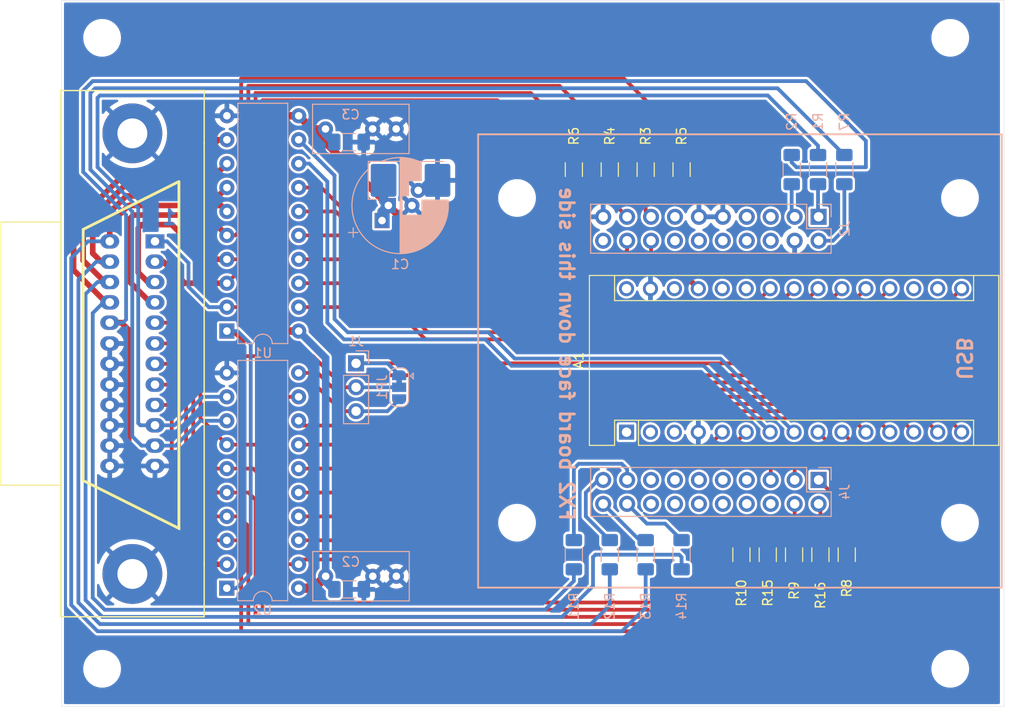
<source format=kicad_pcb>
(kicad_pcb (version 20211014) (generator pcbnew)
  (layers (0 "F.Cu" signal "Front") (31 "B.Cu" signal "Back") (34 "B.Paste" user) (35 "F.Paste" user) (36 "B.SilkS" user "B.Silkscreen") (37 "F.SilkS" user "F.Silkscreen") (38 "B.Mask" user) (39 "F.Mask" user) (44 "Edge.Cuts" user))
  (net 0 "")
  (net 4 "GND")
  (net 5 "/~SRQ")
  (net 6 "/~REN")
  (net 7 "/~DIO7")
  (net 8 "/~DIO8")
  (net 9 "/~TE")
  (net 10 "/~ATN")
  (net 11 "/~IFC")
  (net 12 "/~NDAC")
  (net 13 "/~NRFD")
  (net 14 "/~DAV")
  (net 15 "/~EOI")
  (net 16 "/D13")
  (net 19 "/~DIO1")
  (net 20 "/~DIO2")
  (net 21 "/~DIO3")
  (net 22 "/~DIO4")
  (net 23 "/~DIO5")
  (net 24 "/~DIO6")
  (net 27 "+5V")
  (net 30 "/~DC")
  (net 31 "Net-(J2-Pad18)")
  (net 32 "/DAV")
  (net 33 "/NRFD")
  (net 34 "/IFC")
  (net 35 "/NDAC")
  (net 36 "/ATN")
  (net 37 "/SRQ")
  (net 38 "/DIO8")
  (net 39 "/REN")
  (net 40 "/EOI")
  (net 41 "/DIO4")
  (net 42 "/DIO6")
  (net 43 "/DIO7")
  (net 44 "/DIO3")
  (net 45 "/DIO2")
  (net 46 "/DIO1")
  (net 47 "/DIO5")
  (net 48 "Net-(J4-Pad1)")
  (net 49 "Net-(J4-Pad2)")
  (net 50 "Net-(J4-Pad3)")
  (net 51 "Net-(J4-Pad4)")
  (net 52 "Net-(J4-Pad5)")
  (net 64 "Net-(J4-Pad17)")
  (net 65 "Net-(J4-Pad18)")
  (net 66 "Net-(J4-Pad19)")
  (net 67 "Net-(J4-Pad20)")
  (net 68 "Net-(J2-Pad1)")
  (net 69 "Net-(J2-Pad2)")
  (net 70 "Net-(J2-Pad3)")
  (net 79 "Net-(J2-Pad15)")
  (net 80 "Net-(J2-Pad16)")
  (net 81 "Net-(J2-Pad17)")
  (footprint "Resistor_SMD:R_1206_3216Metric_Pad1.30x1.75mm_HandSolder" (layer "F.Cu") (at 125.222 87.884 -90)
    (fp_text reference "R16")
    (fp_text value "2k2")
  )
  (footprint "Resistor_SMD:R_1206_3216Metric_Pad1.30x1.75mm_HandSolder" (layer "F.Cu") (at 110.49 46.99 90)
    (fp_text reference "R5")
    (fp_text value "2k2")
  )
  (footprint "Resistor_SMD:R_1206_3216Metric_Pad1.30x1.75mm_HandSolder" (layer "F.Cu") (at 99.06 46.99 90)
    (fp_text reference "R6")
    (fp_text value "2k2")
  )
  (footprint "MountingHole:MountingHole_3.5mm" (layer "F.Cu") (at 140.0315 50.0065 -90)
    (fp_text reference "H1")
    (fp_text value "MountingHole")
  )
  (footprint "Module:Arduino_Nano" (layer "F.Cu") (at 104.648 74.8715 90)
    (fp_text reference "A1")
    (fp_text value "Arduino_Nano_v3.x")
  )
  (footprint "MountingHole:MountingHole_3.5mm" (layer "F.Cu") (at 49 33)
    (fp_text reference "H5")
    (fp_text value "MountingHole")
  )
  (footprint "Resistor_SMD:R_1206_3216Metric_Pad1.30x1.75mm_HandSolder" (layer "F.Cu") (at 102.87 46.99 90)
    (fp_text reference "R4")
    (fp_text value "2k2")
  )
  (footprint "Resistor_SMD:R_1206_3216Metric_Pad1.30x1.75mm_HandSolder" (layer "F.Cu") (at 122.428 87.884 -90)
    (fp_text reference "R9")
    (fp_text value "2k2")
  )
  (footprint "MountingHole:MountingHole_3.5mm" (layer "F.Cu") (at 140.0315 84.4865 -90)
    (fp_text reference "H2")
    (fp_text value "MountingHole")
  )
  (footprint "MountingHole:MountingHole_3.5mm" (layer "F.Cu") (at 139 100)
    (fp_text reference "H7")
    (fp_text value "MountingHole")
  )
  (footprint "Resistor_SMD:R_1206_3216Metric_Pad1.30x1.75mm_HandSolder" (layer "F.Cu") (at 128.016 87.884 -90)
    (fp_text reference "R8")
    (fp_text value "2k2")
  )
  (footprint "Resistor_SMD:R_1206_3216Metric_Pad1.30x1.75mm_HandSolder" (layer "F.Cu") (at 106.68 46.99 90)
    (fp_text reference "R3")
    (fp_text value "2k2")
  )
  (footprint "MountingHole:MountingHole_3.5mm" (layer "F.Cu") (at 93.0315 84.4865 -90)
    (fp_text reference "H4")
    (fp_text value "MountingHole")
  )
  (footprint "Resistor_SMD:R_1206_3216Metric_Pad1.30x1.75mm_HandSolder" (layer "F.Cu") (at 119.634 87.884 -90)
    (fp_text reference "R15")
    (fp_text value "2k2")
  )
  (footprint "MountingHole:MountingHole_3.5mm" (layer "F.Cu") (at 139 33)
    (fp_text reference "H6")
    (fp_text value "MountingHole")
  )
  (footprint "Resistor_SMD:R_1206_3216Metric_Pad1.30x1.75mm_HandSolder" (layer "F.Cu") (at 116.84 87.884 -90)
    (fp_text reference "R10")
    (fp_text value "2k2")
  )
  (footprint "MountingHole:MountingHole_3.5mm" (layer "F.Cu") (at 93.0315 50.0065 -90)
    (fp_text reference "H3")
    (fp_text value "MountingHole")
  )
  (footprint "MountingHole:MountingHole_3.5mm" (layer "F.Cu") (at 49 100)
    (fp_text reference "H8")
    (fp_text value "MountingHole")
  )
  (footprint "David_PCB_Library:Microribbon-24_RA_Male_GPIB" (layer "F.Cu") (at 54.7497 54.4703)
    (fp_text reference "J10" hide)
    (fp_text value "Conn_02x12_Top_Bottom_MountingPin_IEEE488")
  )
  (footprint "Resistor_SMD:R_1206_3216Metric_Pad1.30x1.75mm_HandSolder" (layer "B.Cu") (at 99.06 87.884 -90)
    (fp_text reference "R11")
    (fp_text value "2k2")
  )
  (footprint "David_PCB_Library:SMD 1206 + C_Rect_L10.0mm_W5.0mm_P5.00mm_P7.50mm" (layer "B.Cu") (at 72.704 42.672)
    (fp_text reference "C3")
    (fp_text value "100nF")
  )
  (footprint "Resistor_SMD:R_1206_3216Metric_Pad1.30x1.75mm_HandSolder" (layer "B.Cu") (at 127.762 46.99 90)
    (fp_text reference "R7")
    (fp_text value "2k2")
  )
  (footprint "David_PCB_Library:SMD 1206 + C_Rect_L10.0mm_W5.0mm_P5.00mm_P7.50mm" (layer "B.Cu") (at 72.724 90.17)
    (fp_text reference "C2")
    (fp_text value "100nF")
  )
  (footprint "Package_DIP:DIP-20_W7.62mm" (layer "B.Cu") (at 62.23 91.44)
    (fp_text reference "U2")
    (fp_text value "SN75161BN")
  )
  (footprint "Connector_PinSocket_2.54mm:PinSocket_2x10_P2.54mm_Vertical" (layer "B.Cu") (at 125.029 52.0015 90)
    (fp_text reference "J2")
    (fp_text value "Conn_02x10_Odd_Even")
  )
  (footprint "Jumper:SolderJumper-3_P1.3mm_Bridged12_RoundedPad1.0x1.5mm" (layer "B.Cu") (at 80.518 70.104 -90)
    (fp_text reference "JP1")
    (fp_text value "Jumper_3_Bridged12")
  )
  (footprint "Package_DIP:DIP-20_W7.62mm" (layer "B.Cu") (at 62.24 64.135)
    (fp_text reference "U1")
    (fp_text value "SN75160BN")
  )
  (footprint "David_PCB_Library:CP_Radial_D10.0mm_P2.50mm_P5.00mm_SMD" (layer "B.Cu") (at 79.375 50.8)
    (fp_text reference "C1")
    (fp_text value "22uF")
  )
  (footprint "Resistor_SMD:R_1206_3216Metric_Pad1.30x1.75mm_HandSolder" (layer "B.Cu") (at 106.68 87.884 -90)
    (fp_text reference "R13")
    (fp_text value "2k2")
  )
  (footprint "Connector_PinHeader_2.54mm:PinHeader_1x03_P2.54mm_Vertical" (layer "B.Cu") (at 75.946 67.564 180)
    (fp_text reference "J1")
    (fp_text value "Conn_01x03_Male")
  )
  (footprint "Resistor_SMD:R_1206_3216Metric_Pad1.30x1.75mm_HandSolder" (layer "B.Cu") (at 102.87 87.884 -90)
    (fp_text reference "R12")
    (fp_text value "2k2")
  )
  (footprint "Resistor_SMD:R_1206_3216Metric_Pad1.30x1.75mm_HandSolder" (layer "B.Cu") (at 110.49 87.884 -90)
    (fp_text reference "R14")
    (fp_text value "2k2")
  )
  (footprint "Resistor_SMD:R_1206_3216Metric_Pad1.30x1.75mm_HandSolder" (layer "B.Cu") (at 124.968 46.99 90)
    (fp_text reference "R1")
    (fp_text value "2k2")
  )
  (footprint "Connector_PinSocket_2.54mm:PinSocket_2x10_P2.54mm_Vertical" (layer "B.Cu") (at 125.0315 79.9465 90)
    (fp_text reference "J4")
    (fp_text value "Conn_02x10_Odd_Even")
  )
  (footprint "Resistor_SMD:R_1206_3216Metric_Pad1.30x1.75mm_HandSolder" (layer "B.Cu") (at 122.174 46.99 90)
    (fp_text reference "R2")
    (fp_text value "2k2")
  )
  (gr_line (start 144.4625 43.2435) (end 88.9 43.2435) (layer "B.SilkS") (width 0.2))
  (gr_line (start 88.9 91.3765) (end 144.4625 91.3765) (layer "B.SilkS") (width 0.2))
  (gr_line (start 88.9 91.3765) (end 88.9 43.2435) (layer "B.SilkS") (width 0.2))
  (gr_line (start 144.4625 91.3765) (end 144.4625 43.2435) (layer "B.SilkS") (width 0.2))
  (gr_poly (pts (xy 57.15 85.09) (xy 46.99 80.01) (xy 46.99 53.34) (xy 57.15 48.26)) (layer "F.SilkS") (width 0.3) (fill none))
  (gr_rect (start 44.704 29) (end 144.704 104) (layer "Edge.Cuts") (width 0.0381) (fill none))
  (gr_text "1" (at 56.134 52.07) (layer "B.Cu") (effects (font (size 1.524 1.524) (thickness 0.3048)) (justify mirror)))
  (gr_text "FX2 board face down this side" (at 98.298 66.548 270) (layer "B.SilkS") (effects (font (size 1.5 1.5) (thickness 0.3)) (justify mirror)))
  (gr_text "USB" (at 140.462 67.056 270) (layer "B.SilkS") (effects (font (size 1.5 1.5) (thickness 0.3)) (justify mirror)))
  (segment (start 92.202 76.454) (end 113.2255 76.454) (width 0.4) (layer "F.Cu") (net 5))
  (segment (start 69.85 71.12) (end 68.834 71.12) (width 0.4) (layer "F.Cu") (net 5))
  (segment (start 68.326 87.376) (end 68.58 87.63) (width 0.4) (layer "F.Cu") (net 5))
  (segment (start 68.58 87.63) (end 81.026 87.63) (width 0.4) (layer "F.Cu") (net 5))
  (segment (start 81.026 87.63) (end 92.202 76.454) (width 0.4) (layer "F.Cu") (net 5))
  (segment (start 68.326 71.628) (end 68.326 87.376) (width 0.4) (layer "F.Cu") (net 5))
  (segment (start 113.2255 76.454) (end 114.808 74.8715) (width 0.4) (layer "F.Cu") (net 5))
  (segment (start 68.834 71.12) (end 68.326 71.628) (width 0.4) (layer "F.Cu") (net 5))
  (segment (start 67.564 70.358) (end 68.072 69.85) (width 0.4) (layer "F.Cu") (net 6))
  (segment (start 74.422 72.644) (end 75.946 72.644) (width 0.4) (layer "F.Cu") (net 6))
  (segment (start 71.628 69.85) (end 74.422 72.644) (width 0.4) (layer "F.Cu") (net 6))
  (segment (start 70.358 88.392) (end 81.28 88.392) (width 0.4) (layer "F.Cu") (net 6))
  (segment (start 67.564 87.884) (end 67.564 70.358) (width 0.4) (layer "F.Cu") (net 6))
  (segment (start 81.28 88.392) (end 92.456 77.216) (width 0.4) (layer "F.Cu") (net 6))
  (segment (start 92.456 77.216) (end 115.0035 77.216) (width 0.4) (layer "F.Cu") (net 6))
  (segment (start 68.072 69.85) (end 71.628 69.85) (width 0.4) (layer "F.Cu") (net 6))
  (segment (start 115.0035 77.216) (end 117.348 74.8715) (width 0.4) (layer "F.Cu") (net 6))
  (segment (start 68.58 88.9) (end 67.564 87.884) (width 0.4) (layer "F.Cu") (net 6))
  (segment (start 69.85 88.9) (end 70.358 88.392) (width 0.4) (layer "F.Cu") (net 6))
  (segment (start 69.85 88.9) (end 68.58 88.9) (width 0.4) (layer "F.Cu") (net 6))
  (segment (start 75.946 72.644) (end 79.278 72.644) (width 0.4) (layer "B.Cu") (net 6))
  (segment (start 79.278 72.644) (end 80.518 71.404) (width 0.4) (layer "B.Cu") (net 6))
  (segment (start 69.86 46.355) (end 70.993 46.355) (width 0.4) (layer "B.Cu") (net 7))
  (segment (start 89.662 65.024) (end 92.456 67.818) (width 0.4) (layer "B.Cu") (net 7))
  (segment (start 74.676 65.024) (end 89.662 65.024) (width 0.4) (layer "B.Cu") (net 7))
  (segment (start 112.8345 67.818) (end 119.888 74.8715) (width 0.4) (layer "B.Cu") (net 7))
  (segment (start 72.898 48.26) (end 72.898 63.246) (width 0.4) (layer "B.Cu") (net 7))
  (segment (start 70.993 46.355) (end 72.898 48.26) (width 0.4) (layer "B.Cu") (net 7))
  (segment (start 92.456 67.818) (end 112.8345 67.818) (width 0.4) (layer "B.Cu") (net 7))
  (segment (start 72.898 63.246) (end 74.676 65.024) (width 0.4) (layer "B.Cu") (net 7))
  (segment (start 73.66 47.625) (end 73.665 47.62) (width 0.4) (layer "B.Cu") (net 8))
  (segment (start 114.6125 67.056) (end 92.7785 67.056) (width 0.4) (layer "B.Cu") (net 8))
  (segment (start 73.66 62.865) (end 73.66 47.625) (width 0.4) (layer "B.Cu") (net 8))
  (segment (start 92.7785 67.056) (end 89.9845 64.262) (width 0.4) (layer "B.Cu") (net 8))
  (segment (start 89.9845 64.262) (end 75.057 64.262) (width 0.4) (layer "B.Cu") (net 8))
  (segment (start 122.428 74.8715) (end 114.6125 67.056) (width 0.4) (layer "B.Cu") (net 8))
  (segment (start 73.665 47.62) (end 69.86 43.815) (width 0.4) (layer "B.Cu") (net 8))
  (segment (start 75.057 64.262) (end 73.66 62.865) (width 0.4) (layer "B.Cu") (net 8))
  (segment (start 127.0585 76.962) (end 128.27 76.962) (width 0.4) (layer "F.Cu") (net 9))
  (segment (start 142.494 72.136) (end 142.494 76.962) (width 0.4) (layer "F.Cu") (net 9))
  (segment (start 64.008 65.278) (end 64.008 66.802) (width 0.4) (layer "F.Cu") (net 9))
  (segment (start 142.494 76.962) (end 128.27 76.962) (width 0.4) (layer "F.Cu") (net 9))
  (segment (start 139.192 68.834) (end 142.494 72.136) (width 0.4) (layer "F.Cu") (net 9))
  (segment (start 71.374 66.802) (end 73.406 68.834) (width 0.4) (layer "F.Cu") (net 9))
  (segment (start 62.865 64.135) (end 64.008 65.278) (width 0.4) (layer "F.Cu") (net 9))
  (segment (start 73.406 68.834) (end 139.192 68.834) (width 0.4) (layer "F.Cu") (net 9))
  (segment (start 124.968 74.8715) (end 127.0585 76.962) (width 0.4) (layer "F.Cu") (net 9))
  (segment (start 64.008 66.802) (end 71.374 66.802) (width 0.4) (layer "F.Cu") (net 9))
  (segment (start 62.24 64.135) (end 62.865 64.135) (width 0.4) (layer "F.Cu") (net 9))
  (segment (start 63.246 91.44) (end 64.77 89.916) (width 0.4) (layer "B.Cu") (net 9))
  (segment (start 64.77 65.532) (end 63.373 64.135) (width 0.4) (layer "B.Cu") (net 9))
  (segment (start 63.373 64.135) (end 62.24 64.135) (width 0.4) (layer "B.Cu") (net 9))
  (segment (start 64.77 89.916) (end 64.77 65.532) (width 0.4) (layer "B.Cu") (net 9))
  (segment (start 62.23 91.44) (end 63.246 91.44) (width 0.4) (layer "B.Cu") (net 9))
  (segment (start 141.732 72.898) (end 141.732 76.2) (width 0.4) (layer "F.Cu") (net 10))
  (segment (start 141.732 76.2) (end 128.8365 76.2) (width 0.4) (layer "F.Cu") (net 10))
  (segment (start 128.8365 76.2) (end 127.508 74.8715) (width 0.4) (layer "F.Cu") (net 10))
  (segment (start 70.358 74.168) (end 84.328 74.168) (width 0.4) (layer "F.Cu") (net 10))
  (segment (start 84.328 74.168) (end 88.9 69.596) (width 0.4) (layer "F.Cu") (net 10))
  (segment (start 69.85 73.66) (end 70.358 74.168) (width 0.4) (layer "F.Cu") (net 10))
  (segment (start 138.43 69.596) (end 141.732 72.898) (width 0.4) (layer "F.Cu") (net 10))
  (segment (start 88.9 69.596) (end 138.43 69.596) (width 0.4) (layer "F.Cu") (net 10))
  (segment (start 77.216 86.36) (end 90.17 73.406) (width 0.4) (layer "F.Cu") (net 11))
  (segment (start 69.85 86.36) (end 77.216 86.36) (width 0.4) (layer "F.Cu") (net 11))
  (segment (start 90.17 73.406) (end 128.5825 73.406) (width 0.4) (layer "F.Cu") (net 11))
  (segment (start 128.5825 73.406) (end 130.048 74.8715) (width 0.4) (layer "F.Cu") (net 11))
  (segment (start 130.3605 72.644) (end 132.588 74.8715) (width 0.4) (layer "F.Cu") (net 12))
  (segment (start 69.85 83.82) (end 78.74 83.82) (width 0.4) (layer "F.Cu") (net 12))
  (segment (start 78.74 83.82) (end 89.916 72.644) (width 0.4) (layer "F.Cu") (net 12))
  (segment (start 89.916 72.644) (end 130.3605 72.644) (width 0.4) (layer "F.Cu") (net 12))
  (segment (start 69.85 81.28) (end 80.264 81.28) (width 0.4) (layer "F.Cu") (net 13))
  (segment (start 89.662 71.882) (end 132.1385 71.882) (width 0.4) (layer "F.Cu") (net 13))
  (segment (start 132.1385 71.882) (end 135.128 74.8715) (width 0.4) (layer "F.Cu") (net 13))
  (segment (start 80.264 81.28) (end 89.662 71.882) (width 0.4) (layer "F.Cu") (net 13))
  (segment (start 133.9165 71.12) (end 137.668 74.8715) (width 0.4) (layer "F.Cu") (net 14))
  (segment (start 69.85 78.74) (end 81.788 78.74) (width 0.4) (layer "F.Cu") (net 14))
  (segment (start 81.788 78.74) (end 89.408 71.12) (width 0.4) (layer "F.Cu") (net 14))
  (segment (start 89.408 71.12) (end 133.9165 71.12) (width 0.4) (layer "F.Cu") (net 14))
  (segment (start 83.312 76.2) (end 89.154 70.358) (width 0.4) (layer "F.Cu") (net 15))
  (segment (start 69.85 76.2) (end 83.312 76.2) (width 0.4) (layer "F.Cu") (net 15))
  (segment (start 89.154 70.358) (end 135.6945 70.358) (width 0.4) (layer "F.Cu") (net 15))
  (segment (start 135.6945 70.358) (end 140.208 74.8715) (width 0.4) (layer "F.Cu") (net 15))
  (segment (start 132.2755 67.564) (end 140.208 59.6315) (width 0.4) (layer "F.Cu") (net 16))
  (segment (start 75.946 67.564) (end 132.2755 67.564) (width 0.4) (layer "F.Cu") (net 16))
  (segment (start 75.946 67.564) (end 79.278 67.564) (width 0.4) (layer "B.Cu") (net 16))
  (segment (start 79.278 67.564) (end 80.518 68.804) (width 0.4) (layer "B.Cu") (net 16))
  (segment (start 79.883 61.595) (end 83.312 65.024) (width 0.4) (layer "F.Cu") (net 19))
  (segment (start 127.1955 65.024) (end 132.588 59.6315) (width 0.4) (layer "F.Cu") (net 19))
  (segment (start 69.86 61.595) (end 79.883 61.595) (width 0.4) (layer "F.Cu") (net 19))
  (segment (start 83.312 65.024) (end 127.1955 65.024) (width 0.4) (layer "F.Cu") (net 19))
  (segment (start 125.4175 64.262) (end 130.048 59.6315) (width 0.4) (layer "F.Cu") (net 20))
  (segment (start 83.566 64.262) (end 125.4175 64.262) (width 0.4) (layer "F.Cu") (net 20))
  (segment (start 78.359 59.055) (end 83.566 64.262) (width 0.4) (layer "F.Cu") (net 20))
  (segment (start 69.86 59.055) (end 78.359 59.055) (width 0.4) (layer "F.Cu") (net 20))
  (segment (start 83.82 63.5) (end 123.6395 63.5) (width 0.4) (layer "F.Cu") (net 21))
  (segment (start 76.835 56.515) (end 83.82 63.5) (width 0.4) (layer "F.Cu") (net 21))
  (segment (start 69.86 56.515) (end 76.835 56.515) (width 0.4) (layer "F.Cu") (net 21))
  (segment (start 123.6395 63.5) (end 127.508 59.6315) (width 0.4) (layer "F.Cu") (net 21))
  (segment (start 84.074 62.738) (end 121.8615 62.738) (width 0.4) (layer "F.Cu") (net 22))
  (segment (start 121.8615 62.738) (end 124.968 59.6315) (width 0.4) (layer "F.Cu") (net 22))
  (segment (start 69.86 53.975) (end 75.311 53.975) (width 0.4) (layer "F.Cu") (net 22))
  (segment (start 75.311 53.975) (end 84.074 62.738) (width 0.4) (layer "F.Cu") (net 22))
  (segment (start 69.86 51.435) (end 73.787 51.435) (width 0.4) (layer "F.Cu") (net 23))
  (segment (start 84.328 61.976) (end 120.0835 61.976) (width 0.4) (layer "F.Cu") (net 23))
  (segment (start 73.787 51.435) (end 84.328 61.976) (width 0.4) (layer "F.Cu") (net 23))
  (segment (start 120.0835 61.976) (end 122.428 59.6315) (width 0.4) (layer "F.Cu") (net 23))
  (segment (start 69.86 48.895) (end 72.263 48.895) (width 0.4) (layer "F.Cu") (net 24))
  (segment (start 84.582 61.214) (end 118.3055 61.214) (width 0.4) (layer "F.Cu") (net 24))
  (segment (start 118.3055 61.214) (end 119.888 59.6315) (width 0.4) (layer "F.Cu") (net 24))
  (segment (start 72.263 48.895) (end 84.582 61.214) (width 0.4) (layer "F.Cu") (net 24))
  (segment (start 110.5485 57.912) (end 112.268 59.6315) (width 0.6) (layer "F.Cu") (net 27))
  (segment (start 69.86 41.275) (end 86.497 57.912) (width 0.8) (layer "F.Cu") (net 27))
  (segment (start 71.257 42.672) (end 72.704 42.672) (width 0.8) (layer "F.Cu") (net 27))
  (segment (start 71.454 91.44) (end 72.724 90.17) (width 1) (layer "F.Cu") (net 27))
  (segment (start 67.31 41.91) (end 67.31 62.865) (width 0.8) (layer "F.Cu") (net 27))
  (segment (start 67.31 62.865) (end 68.58 64.135) (width 0.8) (layer "F.Cu") (net 27))
  (segment (start 69.86 41.275) (end 67.945 41.275) (width 0.8) (layer "F.Cu") (net 27))
  (segment (start 68.58 64.135) (end 69.86 64.135) (width 0.8) (layer "F.Cu") (net 27))
  (segment (start 67.945 41.275) (end 67.31 41.91) (width 0.8) (layer "F.Cu") (net 27))
  (segment (start 69.86 41.275) (end 71.257 42.672) (width 0.8) (layer "F.Cu") (net 27))
  (segment (start 69.85 91.44) (end 71.454 91.44) (width 1) (layer "F.Cu") (net 27))
  (segment (start 86.497 57.912) (end 110.5485 57.912) (width 0.6) (layer "F.Cu") (net 27))
  (segment (start 72.704 43.1425) (end 73.6305 44.069) (width 1) (layer "B.Cu") (net 27))
  (segment (start 72.724 66.999) (end 72.724 90.17) (width 0.8) (layer "B.Cu") (net 27))
  (segment (start 78.704063 52.4) (end 78.704063 51.470937) (width 1) (layer "B.Cu") (net 27))
  (segment (start 69.86 64.135) (end 72.724 66.999) (width 0.8) (layer "B.Cu") (net 27))
  (segment (start 78.867 50.292) (end 78.867 48.133) (width 1) (layer "B.Cu") (net 27))
  (segment (start 72.704 42.672) (end 72.704 43.1425) (width 1) (layer "B.Cu") (net 27))
  (segment (start 78.704063 51.470937) (end 79.375 50.8) (width 1) (layer "B.Cu") (net 27))
  (segment (start 72.724 90.17) (end 72.724 90.6405) (width 1) (layer "B.Cu") (net 27))
  (segment (start 72.724 90.6405) (end 73.6505 91.567) (width 1) (layer "B.Cu") (net 27))
  (segment (start 79.375 50.8) (end 78.867 50.292) (width 1) (layer "B.Cu") (net 27))
  (segment (start 69.85 68.58) (end 71.882 68.58) (width 0.4) (layer "F.Cu") (net 30))
  (segment (start 73.406 70.104) (end 75.946 70.104) (width 0.4) (layer "F.Cu") (net 30))
  (segment (start 71.882 68.58) (end 73.406 70.104) (width 0.4) (layer "F.Cu") (net 30))
  (segment (start 80.518 70.104) (end 75.946 70.104) (width 0.4) (layer "B.Cu") (net 30))
  (segment (start 110.49 48.54) (end 110.49 48.26) (width 0.4) (layer "F.Cu") (net 31))
  (segment (start 110.49 48.26) (end 109.493 47.263) (width 0.4) (layer "F.Cu") (net 31))
  (segment (start 99.822 51.054) (end 99.822 56.134) (width 0.4) (layer "F.Cu") (net 31))
  (segment (start 99.822 56.134) (end 104.14 56.134) (width 0.4) (layer "F.Cu") (net 31))
  (segment (start 109.493 47.263) (end 100.838 47.263) (width 0.4) (layer "F.Cu") (net 31))
  (segment (start 104.14 56.134) (end 104.709 55.565) (width 0.4) (layer "F.Cu") (net 31))
  (segment (start 100.838 47.263) (end 100.838 50.038) (width 0.4) (layer "F.Cu") (net 31))
  (segment (start 104.709 55.565) (end 104.709 54.5415) (width 0.4) (layer "F.Cu") (net 31))
  (segment (start 100.838 50.038) (end 99.822 51.054) (width 0.4) (layer "F.Cu") (net 31))
  (segment (start 58.3438 65.4558) (end 58.674 65.786) (width 0.4) (layer "F.Cu") (net 32))
  (segment (start 58.674 76.454) (end 60.96 78.74) (width 0.4) (layer "F.Cu") (net 32))
  (segment (start 119.634 90.551) (end 116.459 93.726) (width 0.4) (layer "F.Cu") (net 32))
  (segment (start 53.848 65.4558) (end 58.3438 65.4558) (width 0.4) (layer "F.Cu") (net 32))
  (segment (start 66.04 93.726) (end 66.04 79.756) (width 0.4) (layer "F.Cu") (net 32))
  (segment (start 65.024 78.74) (end 62.23 78.74) (width 0.4) (layer "F.Cu") (net 32))
  (segment (start 116.459 93.726) (end 66.04 93.726) (width 0.4) (layer "F.Cu") (net 32))
  (segment (start 60.96 78.74) (end 61.468 78.74) (width 0.4) (layer "F.Cu") (net 32))
  (segment (start 66.04 79.756) (end 65.024 78.74) (width 0.4) (layer "F.Cu") (net 32))
  (segment (start 58.674 65.786) (end 58.674 76.454) (width 0.4) (layer "F.Cu") (net 32))
  (segment (start 119.634 89.434) (end 119.634 90.551) (width 0.4) (layer "F.Cu") (net 32))
  (segment (start 61.214 81.28) (end 61.722 81.28) (width 0.4) (layer "F.Cu") (net 33))
  (segment (start 65.278 82.042) (end 65.278 94.488) (width 0.4) (layer "F.Cu") (net 33))
  (segment (start 65.278 94.488) (end 118.618 94.488) (width 0.4) (layer "F.Cu") (net 33))
  (segment (start 118.618 94.488) (end 122.428 90.678) (width 0.4) (layer "F.Cu") (net 33))
  (segment (start 122.428 90.678) (end 122.428 89.434) (width 0.4) (layer "F.Cu") (net 33))
  (segment (start 57.7088 67.6148) (end 57.912 67.818) (width 0.4) (layer "F.Cu") (net 33))
  (segment (start 57.912 67.818) (end 57.912 77.978) (width 0.4) (layer "F.Cu") (net 33))
  (segment (start 57.912 77.978) (end 61.214 81.28) (width 0.4) (layer "F.Cu") (net 33))
  (segment (start 62.23 81.28) (end 64.516 81.28) (width 0.4) (layer "F.Cu") (net 33))
  (segment (start 54.102 67.6148) (end 57.7088 67.6148) (width 0.4) (layer "F.Cu") (net 33))
  (segment (start 64.516 81.28) (end 65.278 82.042) (width 0.4) (layer "F.Cu") (net 33))
  (segment (start 63.754 96.012) (end 122.682 96.012) (width 0.4) (layer "F.Cu") (net 34))
  (segment (start 128.016 90.678) (end 128.016 89.434) (width 0.4) (layer "F.Cu") (net 34))
  (segment (start 59.944 86.36) (end 62.23 86.36) (width 0.4) (layer "F.Cu") (net 34))
  (segment (start 62.23 86.36) (end 63.5 86.36) (width 0.4) (layer "F.Cu") (net 34))
  (segment (start 56.388 82.804) (end 59.944 86.36) (width 0.4) (layer "F.Cu") (net 34))
  (segment (start 63.5 86.36) (end 63.754 86.614) (width 0.4) (layer "F.Cu") (net 34))
  (segment (start 63.754 86.614) (end 63.754 96.012) (width 0.4) (layer "F.Cu") (net 34))
  (segment (start 56.388 72.136) (end 56.388 82.804) (width 0.4) (layer "F.Cu") (net 34))
  (segment (start 54.61 71.9836) (end 56.2356 71.9836) (width 0.4) (layer "F.Cu") (net 34))
  (segment (start 122.682 96.012) (end 128.016 90.678) (width 0.4) (layer "F.Cu") (net 34))
  (segment (start 56.2356 71.9836) (end 56.388 72.136) (width 0.4) (layer "F.Cu") (net 34))
  (segment (start 64.516 95.25) (end 64.516 84.836) (width 0.4) (layer "F.Cu") (net 35))
  (segment (start 57.15 80.518) (end 60.452 83.82) (width 0.4) (layer "F.Cu") (net 35))
  (segment (start 125.222 89.434) (end 125.222 90.678) (width 0.4) (layer "F.Cu") (net 35))
  (segment (start 120.65 95.25) (end 64.516 95.25) (width 0.4) (layer "F.Cu") (net 35))
  (segment (start 63.5 83.82) (end 62.23 83.82) (width 0.4) (layer "F.Cu") (net 35))
  (segment (start 57.1246 69.8246) (end 57.15 69.85) (width 0.4) (layer "F.Cu") (net 35))
  (segment (start 64.516 84.836) (end 63.5 83.82) (width 0.4) (layer "F.Cu") (net 35))
  (segment (start 57.15 69.85) (end 57.15 80.518) (width 0.4) (layer "F.Cu") (net 35))
  (segment (start 125.222 90.678) (end 120.65 95.25) (width 0.4) (layer "F.Cu") (net 35))
  (segment (start 60.452 83.82) (end 61.976 83.82) (width 0.4) (layer "F.Cu") (net 35))
  (segment (start 54.356 69.8246) (end 57.1246 69.8246) (width 0.4) (layer "F.Cu") (net 35))
  (segment (start 47.752 38.862) (end 48.26 38.354) (width 0.4) (layer "B.Cu") (net 36))
  (segment (start 59.436 73.66) (end 62.23 73.66) (width 0.4) (layer "B.Cu") (net 36))
  (segment (start 52.197 75.311) (end 52.197 51.435) (width 0.4) (layer "B.Cu") (net 36))
  (segment (start 120.676 38.354) (end 127.762 45.44) (width 0.4) (layer "B.Cu") (net 36))
  (segment (start 53.1876 76.3016) (end 52.197 75.311) (width 0.4) (layer "B.Cu") (net 36))
  (segment (start 48.26 38.354) (end 120.676 38.354) (width 0.4) (layer "B.Cu") (net 36))
  (segment (start 52.197 51.435) (end 47.752 46.99) (width 0.4) (layer "B.Cu") (net 36))
  (segment (start 47.752 46.99) (end 47.752 38.862) (width 0.4) (layer "B.Cu") (net 36))
  (segment (start 54.61 76.3016) (end 53.1876 76.3016) (width 0.4) (layer "B.Cu") (net 36))
  (segment (start 56.7944 76.3016) (end 59.436 73.66) (width 0.4) (layer "B.Cu") (net 36))
  (segment (start 54.61 76.3016) (end 56.7944 76.3016) (width 0.4) (layer "B.Cu") (net 36))
  (segment (start 54.61 74.1426) (end 53.0606 74.1426) (width 0.4) (layer "B.Cu") (net 37))
  (segment (start 56.6674 74.1426) (end 59.69 71.12) (width 0.4) (layer "B.Cu") (net 37))
  (segment (start 52.832 73.914) (end 52.832 51.054) (width 0.4) (layer "B.Cu") (net 37))
  (segment (start 54.61 74.1426) (end 56.6674 74.1426) (width 0.4) (layer "B.Cu") (net 37))
  (segment (start 124.968 44.45) (end 124.968 45.44) (width 0.4) (layer "B.Cu") (net 37))
  (segment (start 119.634 39.116) (end 124.968 44.45) (width 0.4) (layer "B.Cu") (net 37))
  (segment (start 59.69 71.12) (end 62.23 71.12) (width 0.4) (layer "B.Cu") (net 37))
  (segment (start 48.514 39.37) (end 48.768 39.116) (width 0.4) (layer "B.Cu") (net 37))
  (segment (start 52.832 51.054) (end 48.514 46.736) (width 0.4) (layer "B.Cu") (net 37))
  (segment (start 53.0606 74.1426) (end 52.832 73.914) (width 0.4) (layer "B.Cu") (net 37))
  (segment (start 48.768 39.116) (end 119.634 39.116) (width 0.4) (layer "B.Cu") (net 37))
  (segment (start 48.514 46.736) (end 48.514 39.37) (width 0.4) (layer "B.Cu") (net 37))
  (segment (start 61.341 43.815) (end 62.24 43.815) (width 0.6) (layer "F.Cu") (net 38))
  (segment (start 60.198 46.482) (end 60.198 44.958) (width 0.6) (layer "F.Cu") (net 38))
  (segment (start 49.8094 61.087) (end 49.403 61.087) (width 0.6) (layer "F.Cu") (net 38))
  (segment (start 45.974 57.658) (end 45.974 52.832) (width 0.6) (layer "F.Cu") (net 38))
  (segment (start 49.403 61.087) (end 45.974 57.658) (width 0.6) (layer "F.Cu") (net 38))
  (segment (start 45.974 52.832) (end 51.054 47.752) (width 0.6) (layer "F.Cu") (net 38))
  (segment (start 51.054 47.752) (end 58.928 47.752) (width 0.6) (layer "F.Cu") (net 38))
  (segment (start 60.198 44.958) (end 61.341 43.815) (width 0.6) (layer "F.Cu") (net 38))
  (segment (start 58.928 47.752) (end 60.198 46.482) (width 0.6) (layer "F.Cu") (net 38))
  (segment (start 49.149 61.087) (end 48.006 62.23) (width 0.4) (layer "B.Cu") (net 38))
  (segment (start 99.06 90.678) (end 99.06 89.434) (width 0.4) (layer "B.Cu") (net 38))
  (segment (start 48.006 92.456) (end 49.276 93.726) (width 0.4) (layer "B.Cu") (net 38))
  (segment (start 48.006 62.23) (end 48.006 92.456) (width 0.4) (layer "B.Cu") (net 38))
  (segment (start 96.012 93.726) (end 99.06 90.678) (width 0.4) (layer "B.Cu") (net 38))
  (segment (start 49.8094 61.087) (end 49.149 61.087) (width 0.4) (layer "B.Cu") (net 38))
  (segment (start 49.276 93.726) (end 96.012 93.726) (width 0.4) (layer "B.Cu") (net 38))
  (segment (start 49.8094 63.246) (end 51.054 63.246) (width 0.6) (layer "F.Cu") (net 39))
  (segment (start 51.816 81.026) (end 59.69 88.9) (width 0.6) (layer "F.Cu") (net 39))
  (segment (start 59.69 88.9) (end 62.23 88.9) (width 0.6) (layer "F.Cu") (net 39))
  (segment (start 51.054 63.246) (end 51.816 64.008) (width 0.6) (layer "F.Cu") (net 39))
  (segment (start 51.816 64.008) (end 51.816 81.026) (width 0.6) (layer "F.Cu") (net 39))
  (segment (start 123.698 37.592) (end 130.048 43.942) (width 0.4) (layer "B.Cu") (net 39))
  (segment (start 51.543 51.797) (end 46.99 47.244) (width 0.4) (layer "B.Cu") (net 39))
  (segment (start 48.006 37.592) (end 123.698 37.592) (width 0.4) (layer "B.Cu") (net 39))
  (segment (start 46.99 38.608) (end 48.006 37.592) (width 0.4) (layer "B.Cu") (net 39))
  (segment (start 122.174 46.228) (end 122.174 45.44) (width 0.4) (layer "B.Cu") (net 39))
  (segment (start 122.682 46.736) (end 122.174 46.228) (width 0.4) (layer "B.Cu") (net 39))
  (segment (start 51.543 62.9124) (end 51.543 51.797) (width 0.4) (layer "B.Cu") (net 39))
  (segment (start 46.99 47.244) (end 46.99 38.608) (width 0.4) (layer "B.Cu") (net 39))
  (segment (start 130.048 43.942) (end 130.048 46.736) (width 0.4) (layer "B.Cu") (net 39))
  (segment (start 51.2094 63.246) (end 51.543 62.9124) (width 0.4) (layer "B.Cu") (net 39))
  (segment (start 130.048 46.736) (end 122.682 46.736) (width 0.4) (layer "B.Cu") (net 39))
  (segment (start 49.8094 63.246) (end 51.2094 63.246) (width 0.4) (layer "B.Cu") (net 39))
  (segment (start 59.436 73.406) (end 62.23 76.2) (width 0.4) (layer "F.Cu") (net 40))
  (segment (start 54.61 63.246) (end 59.436 63.246) (width 0.4) (layer "F.Cu") (net 40))
  (segment (start 59.436 63.246) (end 59.436 73.406) (width 0.4) (layer "F.Cu") (net 40))
  (segment (start 113.31 92.964) (end 116.84 89.434) (width 0.4) (layer "F.Cu") (net 40))
  (segment (start 62.23 76.2) (end 66.294 76.2) (width 0.4) (layer "F.Cu") (net 40))
  (segment (start 66.802 92.964) (end 113.31 92.964) (width 0.4) (layer "F.Cu") (net 40))
  (segment (start 66.802 76.708) (end 66.802 92.964) (width 0.4) (layer "F.Cu") (net 40))
  (segment (start 66.294 76.2) (end 66.802 76.708) (width 0.4) (layer "F.Cu") (net 40))
  (segment (start 51.816 52.324) (end 52.324 51.816) (width 0.6) (layer "F.Cu") (net 41))
  (segment (start 54.61 61.087) (end 54.102 61.087) (width 0.6) (layer "F.Cu") (net 41))
  (segment (start 110.49 45.44) (end 110.49 43.434) (width 0.4) (layer "F.Cu") (net 41))
  (segment (start 51.816 58.801) (end 51.816 52.324) (width 0.6) (layer "F.Cu") (net 41))
  (segment (start 110.49 43.434) (end 104.394 37.338) (width 0.4) (layer "F.Cu") (net 41))
  (segment (start 60.081 51.816) (end 62.24 53.975) (width 0.6) (layer "F.Cu") (net 41))
  (segment (start 63.754 53.34) (end 63.754 37.338) (width 0.4) (layer "F.Cu") (net 41))
  (segment (start 54.102 61.087) (end 51.816 58.801) (width 0.6) (layer "F.Cu") (net 41))
  (segment (start 63.754 37.338) (end 104.394 37.338) (width 0.4) (layer "F.Cu") (net 41))
  (segment (start 63.119 53.975) (end 63.754 53.34) (width 0.4) (layer "F.Cu") (net 41))
  (segment (start 52.324 51.816) (end 60.081 51.816) (width 0.6) (layer "F.Cu") (net 41))
  (segment (start 62.24 53.975) (end 63.119 53.975) (width 0.4) (layer "F.Cu") (net 41))
  (segment (start 48.895 56.769) (end 48.006 55.88) (width 0.6) (layer "F.Cu") (net 42))
  (segment (start 61.351 49.784) (end 62.24 48.895) (width 0.6) (layer "F.Cu") (net 42))
  (segment (start 51.562 49.784) (end 61.351 49.784) (width 0.6) (layer "F.Cu") (net 42))
  (segment (start 48.006 53.34) (end 51.562 49.784) (width 0.6) (layer "F.Cu") (net 42))
  (segment (start 49.8094 56.769) (end 48.895 56.769) (width 0.6) (layer "F.Cu") (net 42))
  (segment (start 48.006 55.88) (end 48.006 53.34) (width 0.6) (layer "F.Cu") (net 42))
  (segment (start 48.768 95.25) (end 100.864 95.25) (width 0.4) (layer "B.Cu") (net 42))
  (segment (start 46.482 58.674) (end 46.482 92.964) (width 0.4) (layer "B.Cu") (net 42))
  (segment (start 49.8094 56.769) (end 48.387 56.769) (width 0.4) (layer "B.Cu") (net 42))
  (segment (start 100.864 95.25) (end 102.87 93.244) (width 0.4) (layer "B.Cu") (net 42))
  (segment (start 48.387 56.769) (end 46.482 58.674) (width 0.4) (layer "B.Cu") (net 42))
  (segment (start 102.87 93.244) (end 102.87 89.434) (width 0.4) (layer "B.Cu") (net 42))
  (segment (start 46.482 92.964) (end 48.768 95.25) (width 0.4) (layer "B.Cu") (net 42))
  (segment (start 49.8094 58.928) (end 49.276 58.928) (width 0.6) (layer "F.Cu") (net 43))
  (segment (start 51.308 48.768) (end 59.827 48.768) (width 0.6) (layer "F.Cu") (net 43))
  (segment (start 59.827 48.768) (end 62.24 46.355) (width 0.6) (layer "F.Cu") (net 43))
  (segment (start 46.99 56.642) (end 46.99 53.086) (width 0.6) (layer "F.Cu") (net 43))
  (segment (start 46.99 53.086) (end 51.308 48.768) (width 0.6) (layer "F.Cu") (net 43))
  (segment (start 49.276 58.928) (end 46.99 56.642) (width 0.6) (layer "F.Cu") (net 43))
  (segment (start 48.514 58.928) (end 47.244 60.198) (width 0.4) (layer "B.Cu") (net 43))
  (segment (start 110.236 87.884) (end 110.49 88.138) (width 0.4) (layer "B.Cu") (net 43))
  (segment (start 49.8094 58.928) (end 48.514 58.928) (width 0.4) (layer "B.Cu") (net 43))
  (segment (start 49.022 94.488) (end 97.816 94.488) (width 0.4) (layer "B.Cu") (net 43))
  (segment (start 97.816 94.488) (end 101.092 91.212) (width 0.4) (layer "B.Cu") (net 43))
  (segment (start 101.092 91.212) (end 101.092 88.138) (width 0.4) (layer "B.Cu") (net 43))
  (segment (start 47.244 60.198) (end 47.244 92.71) (width 0.4) (layer "B.Cu") (net 43))
  (segment (start 101.092 88.138) (end 101.346 87.884) (width 0.4) (layer "B.Cu") (net 43))
  (segment (start 47.244 92.71) (end 49.022 94.488) (width 0.4) (layer "B.Cu") (net 43))
  (segment (start 110.49 88.138) (end 110.49 89.434) (width 0.4) (layer "B.Cu") (net 43))
  (segment (start 101.346 87.884) (end 110.236 87.884) (width 0.4) (layer "B.Cu") (net 43))
  (segment (start 102.87 45.44) (end 102.87 43.434) (width 0.4) (layer "F.Cu") (net 44))
  (segment (start 53.213 52.832) (end 56.388 52.832) (width 0.6) (layer "F.Cu") (net 44))
  (segment (start 52.832 53.213) (end 53.213 52.832) (width 0.6) (layer "F.Cu") (net 44))
  (segment (start 52.832 57.912) (end 52.832 53.213) (width 0.6) (layer "F.Cu") (net 44))
  (segment (start 102.87 43.434) (end 97.536 38.1) (width 0.4) (layer "F.Cu") (net 44))
  (segment (start 97.536 38.1) (end 64.516 38.1) (width 0.4) (layer "F.Cu") (net 44))
  (segment (start 63.373 56.515) (end 62.24 56.515) (width 0.4) (layer "F.Cu") (net 44))
  (segment (start 56.388 52.832) (end 60.071 56.515) (width 0.6) (layer "F.Cu") (net 44))
  (segment (start 64.516 55.372) (end 63.373 56.515) (width 0.4) (layer "F.Cu") (net 44))
  (segment (start 64.516 38.1) (end 64.516 55.372) (width 0.4) (layer "F.Cu") (net 44))
  (segment (start 54.61 58.928) (end 53.848 58.928) (width 0.6) (layer "F.Cu") (net 44))
  (segment (start 60.071 56.515) (end 62.24 56.515) (width 0.6) (layer "F.Cu") (net 44))
  (segment (start 53.848 58.928) (end 52.832 57.912) (width 0.6) (layer "F.Cu") (net 44))
  (segment (start 65.278 56.017) (end 65.278 38.862) (width 0.4) (layer "F.Cu") (net 45))
  (segment (start 62.24 59.055) (end 65.278 56.017) (width 0.4) (layer "F.Cu") (net 45))
  (segment (start 55.499 56.769) (end 57.785 59.055) (width 0.6) (layer "F.Cu") (net 45))
  (segment (start 65.278 38.862) (end 94.488 38.862) (width 0.4) (layer "F.Cu") (net 45))
  (segment (start 54.61 56.769) (end 55.499 56.769) (width 0.6) (layer "F.Cu") (net 45))
  (segment (start 99.06 43.434) (end 94.488 38.862) (width 0.4) (layer "F.Cu") (net 45))
  (segment (start 99.06 45.44) (end 99.06 43.434) (width 0.4) (layer "F.Cu") (net 45))
  (segment (start 57.785 59.055) (end 62.24 59.055) (width 0.6) (layer "F.Cu") (net 45))
  (segment (start 90.932 39.624) (end 90.424 39.624) (width 0.4) (layer "F.Cu") (net 46))
  (segment (start 98.044 46.736) (end 90.932 39.624) (width 0.4) (layer "F.Cu") (net 46))
  (segment (start 90.424 39.624) (end 66.04 39.624) (width 0.4) (layer "F.Cu") (net 46))
  (segment (start 66.04 58.928) (end 63.373 61.595) (width 0.4) (layer "F.Cu") (net 46))
  (segment (start 106.68 45.44) (end 106.68 46.482) (width 0.4) (layer "F.Cu") (net 46))
  (segment (start 106.68 46.482) (end 106.426 46.736) (width 0.4) (layer "F.Cu") (net 46))
  (segment (start 66.04 39.624) (end 66.04 58.928) (width 0.4) (layer "F.Cu") (net 46))
  (segment (start 63.373 61.595) (end 62.24 61.595) (width 0.4) (layer "F.Cu") (net 46))
  (segment (start 106.426 46.736) (end 98.044 46.736) (width 0.4) (layer "F.Cu") (net 46))
  (segment (start 55.88 54.61) (end 58.166 56.896) (width 0.4) (layer "B.Cu") (net 46))
  (segment (start 58.166 56.896) (end 58.166 59.436) (width 0.4) (layer "B.Cu") (net 46))
  (segment (start 60.325 61.595) (end 62.24 61.595) (width 0.4) (layer "B.Cu") (net 46))
  (segment (start 54.61 54.61) (end 55.88 54.61) (width 0.4) (layer "B.Cu") (net 46))
  (segment (start 58.166 59.436) (end 60.325 61.595) (width 0.4) (layer "B.Cu") (net 46))
  (segment (start 51.816 50.8) (end 61.605 50.8) (width 0.6) (layer "F.Cu") (net 47))
  (segment (start 49.8094 54.61) (end 49.8094 52.8066) (width 0.6) (layer "F.Cu") (net 47))
  (segment (start 61.605 50.8) (end 62.24 51.435) (width 0.6) (layer "F.Cu") (net 47))
  (segment (start 49.8094 52.8066) (end 51.816 50.8) (width 0.6) (layer "F.Cu") (net 47))
  (segment (start 106.68 93.498) (end 106.68 89.434) (width 0.4) (layer "B.Cu") (net 47))
  (segment (start 45.72 93.218) (end 48.514 96.012) (width 0.4) (layer "B.Cu") (net 47))
  (segment (start 49.8094 54.61) (end 47.498 54.61) (width 0.4) (layer "B.Cu") (net 47))
  (segment (start 104.166 96.012) (end 106.68 93.498) (width 0.4) (layer "B.Cu") (net 47))
  (segment (start 47.498 54.61) (end 45.72 56.388) (width 0.4) (layer "B.Cu") (net 47))
  (segment (start 45.72 56.388) (end 45.72 93.218) (width 0.4) (layer "B.Cu") (net 47))
  (segment (start 48.514 96.012) (end 104.166 96.012) (width 0.4) (layer "B.Cu") (net 47))
  (segment (start 128.016 86.334) (end 128.016 82.931) (width 0.4) (layer "F.Cu") (net 48))
  (segment (start 128.016 82.931) (end 125.0315 79.9465) (width 0.4) (layer "F.Cu") (net 48))
  (segment (start 125.222 82.677) (end 125.0315 82.4865) (width 0.4) (layer "F.Cu") (net 49))
  (segment (start 125.222 86.334) (end 125.222 82.677) (width 0.4) (layer "F.Cu") (net 49))
  (segment (start 122.428 86.334) (end 122.428 87.503) (width 0.4) (layer "F.Cu") (net 50))
  (segment (start 129.54 78.486) (end 122.682 78.486) (width 0.4) (layer "F.Cu") (net 50))
  (segment (start 122.682 78.486) (end 122.4915 78.6765) (width 0.4) (layer "F.Cu") (net 50))
  (segment (start 122.4915 78.6765) (end 122.4915 79.9465) (width 0.4) (layer "F.Cu") (net 50))
  (segment (start 122.428 87.503) (end 129.54 87.503) (width 0.4) (layer "F.Cu") (net 50))
  (segment (start 129.54 87.503) (end 129.54 78.486) (width 0.4) (layer "F.Cu") (net 50))
  (segment (start 119.634 85.09) (end 120.142 84.582) (width 0.4) (layer "F.Cu") (net 51))
  (segment (start 121.92 84.582) (end 122.4915 84.0105) (width 0.4) (layer "F.Cu") (net 51))
  (segment (start 120.142 84.582) (end 121.92 84.582) (width 0.4) (layer "F.Cu") (net 51))
  (segment (start 119.634 86.334) (end 119.634 85.09) (width 0.4) (layer "F.Cu") (net 51))
  (segment (start 122.4915 84.0105) (end 122.4915 82.4865) (width 0.4) (layer "F.Cu") (net 51))
  (segment (start 119.9515 79.9465) (end 119.9515 78.4225) (width 0.4) (layer "F.Cu") (net 52))
  (segment (start 130.048 88.265) (end 118.771 88.265) (width 0.4) (layer "F.Cu") (net 52))
  (segment (start 120.65 77.724) (end 130.302 77.724) (width 0.4) (layer "F.Cu") (net 52))
  (segment (start 119.9515 78.4225) (end 120.65 77.724) (width 0.4) (layer "F.Cu") (net 52))
  (segment (start 130.302 88.011) (end 130.048 88.265) (width 0.4) (layer "F.Cu") (net 52))
  (segment (start 130.302 77.724) (end 130.302 88.011) (width 0.4) (layer "F.Cu") (net 52))
  (segment (start 118.771 88.265) (end 116.84 86.334) (width 0.4) (layer "F.Cu") (net 52))
  (segment (start 99.06 78.74) (end 99.568 78.232) (width 0.4) (layer "B.Cu") (net 64))
  (segment (start 104.14 78.232) (end 104.7115 78.8035) (width 0.4) (layer "B.Cu") (net 64))
  (segment (start 99.06 86.334) (end 99.06 78.74) (width 0.4) (layer "B.Cu") (net 64))
  (segment (start 104.7115 78.8035) (end 104.7115 79.9465) (width 0.4) (layer "B.Cu") (net 64))
  (segment (start 99.568 78.232) (end 104.14 78.232) (width 0.4) (layer "B.Cu") (net 64))
  (segment (start 104.7115 82.4865) (end 106.807 84.582) (width 0.4) (layer "B.Cu") (net 65))
  (segment (start 106.807 84.582) (end 108.738 84.582) (width 0.4) (layer "B.Cu") (net 65))
  (segment (start 108.738 84.582) (end 110.49 86.334) (width 0.4) (layer "B.Cu") (net 65))
  (segment (start 100.33 81.28) (end 101.6635 79.9465) (width 0.4) (layer "B.Cu") (net 66))
  (segment (start 101.6635 79.9465) (end 102.1715 79.9465) (width 0.4) (layer "B.Cu") (net 66))
  (segment (start 102.844 86.334) (end 100.33 83.82) (width 0.4) (layer "B.Cu") (net 66))
  (segment (start 100.33 83.82) (end 100.33 81.28) (width 0.4) (layer "B.Cu") (net 66))
  (segment (start 102.87 86.334) (end 102.844 86.334) (width 0.4) (layer "B.Cu") (net 66))
  (segment (start 102.1715 82.4865) (end 106.019 86.334) (width 0.4) (layer "B.Cu") (net 67))
  (segment (start 106.019 86.334) (end 106.68 86.334) (width 0.4) (layer "B.Cu") (net 67))
  (segment (start 124.968 51.9405) (end 125.029 52.0015) (width 0.4) (layer "B.Cu") (net 68))
  (segment (start 124.968 48.54) (end 124.968 51.9405) (width 0.4) (layer "B.Cu") (net 68))
  (segment (start 126.5605 54.5415) (end 127.762 53.34) (width 0.4) (layer "B.Cu") (net 69))
  (segment (start 125.029 54.5415) (end 126.5605 54.5415) (width 0.4) (layer "B.Cu") (net 69))
  (segment (start 127.762 53.34) (end 127.762 48.54) (width 0.4) (layer "B.Cu") (net 69))
  (segment (start 122.174 51.6865) (end 122.489 52.0015) (width 0.4) (layer "B.Cu") (net 70))
  (segment (start 122.174 48.54) (end 122.174 51.6865) (width 0.4) (layer "B.Cu") (net 70))
  (segment (start 106.68 51.4325) (end 107.249 52.0015) (width 0.4) (layer "F.Cu") (net 79))
  (segment (start 106.68 48.54) (end 106.68 51.4325) (width 0.4) (layer "F.Cu") (net 79))
  (segment (start 107.249 54.5415) (end 107.249 56.327) (width 0.4) (layer "F.Cu") (net 80))
  (segment (start 99.06 56.896) (end 99.06 48.54) (width 0.4) (layer "F.Cu") (net 80))
  (segment (start 107.249 56.327) (end 106.68 56.896) (width 0.4) (layer "F.Cu") (net 80))
  (segment (start 106.68 56.896) (end 99.06 56.896) (width 0.4) (layer "F.Cu") (net 80))
  (segment (start 102.87 50.1625) (end 104.709 52.0015) (width 0.4) (layer "F.Cu") (net 81))
  (segment (start 102.87 48.54) (end 102.87 50.1625) (width 0.4) (layer "F.Cu") (net 81))
  (zone (net 4) (net_name "GND") (layer "B.Cu") (connect_pads (clearance 0.25)) (min_thickness 0.254) (fill yes (thermal_gap 0.508) (thermal_bridge_width 0.508))
    (polygon (pts (xy 144.272 104.013) (xy 44.704 104.013) (xy 44.704 29.083) (xy 144.272 29.083)))
  )
)
</source>
